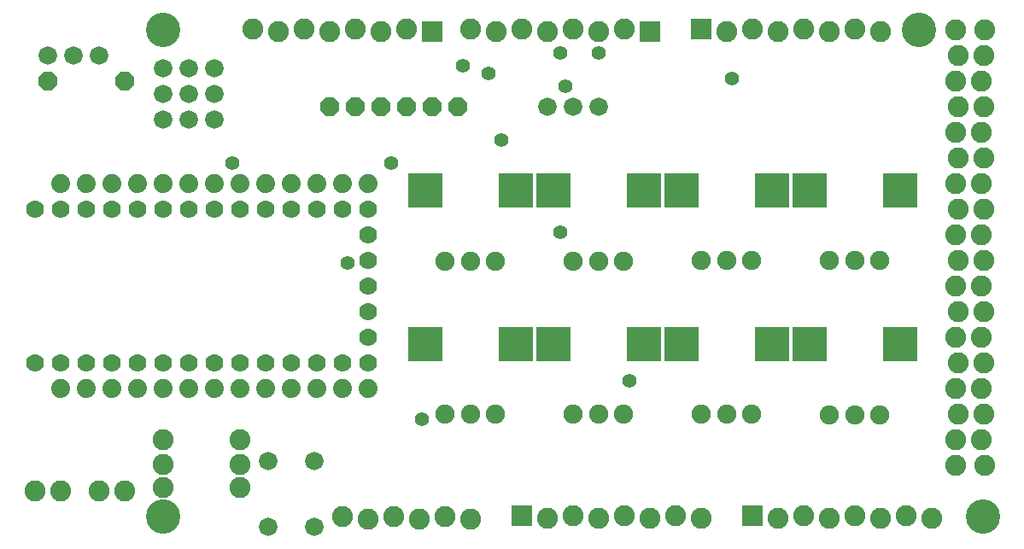
<source format=gbs>
G75*
G70*
%OFA0B0*%
%FSLAX24Y24*%
%IPPOS*%
%LPD*%
%AMOC8*
5,1,8,0,0,1.08239X$1,22.5*
%
%ADD10C,0.1340*%
%ADD11R,0.0820X0.0820*%
%ADD12C,0.0820*%
%ADD13C,0.0720*%
%ADD14C,0.0753*%
%ADD15R,0.1366X0.1366*%
%ADD16C,0.0700*%
%ADD17OC8,0.0720*%
%ADD18C,0.0740*%
%ADD19OC8,0.0740*%
%ADD20C,0.0560*%
D10*
X006180Y001180D03*
X038180Y001180D03*
X035680Y020180D03*
X006180Y020180D03*
D11*
X016680Y020130D03*
X025180Y020130D03*
X027180Y020230D03*
X029180Y001230D03*
X020180Y001230D03*
D12*
X001180Y002180D03*
X002180Y002180D03*
X003680Y002180D03*
X004680Y002180D03*
X006180Y002330D03*
X006180Y003230D03*
X006180Y004180D03*
X009180Y004180D03*
X009180Y003230D03*
X009180Y002330D03*
X013180Y001180D03*
X014180Y001080D03*
X015180Y001180D03*
X016180Y001080D03*
X017180Y001180D03*
X018180Y001080D03*
X021180Y001130D03*
X022180Y001230D03*
X023180Y001130D03*
X024180Y001230D03*
X025180Y001130D03*
X026180Y001230D03*
X027180Y001130D03*
X030180Y001130D03*
X031180Y001230D03*
X032180Y001130D03*
X033180Y001230D03*
X034180Y001130D03*
X035180Y001230D03*
X036180Y001130D03*
X037110Y003180D03*
X038250Y003180D03*
X038130Y004180D03*
X037130Y004180D03*
X037230Y005180D03*
X038230Y005180D03*
X038130Y006180D03*
X037130Y006180D03*
X037230Y007180D03*
X038230Y007180D03*
X038130Y008180D03*
X037130Y008180D03*
X037230Y009180D03*
X038230Y009180D03*
X038130Y010180D03*
X037130Y010180D03*
X037230Y011180D03*
X038230Y011180D03*
X038130Y012180D03*
X037130Y012180D03*
X037230Y013180D03*
X038230Y013180D03*
X038130Y014180D03*
X037130Y014180D03*
X037230Y015180D03*
X038230Y015180D03*
X038130Y016180D03*
X037130Y016180D03*
X037230Y017180D03*
X038230Y017180D03*
X038130Y018180D03*
X037130Y018180D03*
X037230Y019180D03*
X038230Y019180D03*
X038250Y020180D03*
X037110Y020180D03*
X034180Y020130D03*
X033180Y020230D03*
X032180Y020130D03*
X031180Y020230D03*
X030180Y020130D03*
X029180Y020230D03*
X028180Y020130D03*
X024180Y020230D03*
X023180Y020130D03*
X022180Y020230D03*
X021180Y020130D03*
X020180Y020230D03*
X019180Y020130D03*
X018180Y020230D03*
X015680Y020230D03*
X014680Y020130D03*
X013680Y020230D03*
X012680Y020130D03*
X011680Y020230D03*
X010680Y020130D03*
X009680Y020230D03*
D13*
X008180Y018680D03*
X007180Y018680D03*
X006180Y018680D03*
X006180Y017680D03*
X007180Y017680D03*
X008180Y017680D03*
X008180Y016680D03*
X007180Y016680D03*
X006180Y016680D03*
X003680Y019180D03*
X002680Y019180D03*
X001680Y019180D03*
X021180Y017180D03*
X022180Y017180D03*
X023180Y017180D03*
X012070Y003360D03*
X010290Y003360D03*
X010290Y000800D03*
X012070Y000800D03*
D14*
X017196Y005184D03*
X018180Y005184D03*
X019164Y005184D03*
X022196Y005184D03*
X023180Y005184D03*
X024164Y005184D03*
X027196Y005184D03*
X028180Y005184D03*
X029164Y005184D03*
X032196Y005174D03*
X033180Y005174D03*
X034164Y005174D03*
X034164Y011184D03*
X033180Y011184D03*
X032196Y011184D03*
X029164Y011184D03*
X028180Y011184D03*
X027196Y011184D03*
X024164Y011174D03*
X023180Y011174D03*
X022196Y011174D03*
X019164Y011174D03*
X018180Y011174D03*
X017196Y011174D03*
D15*
X016408Y013930D03*
X019952Y013930D03*
X021408Y013930D03*
X024952Y013930D03*
X026408Y013940D03*
X029952Y013940D03*
X031408Y013940D03*
X034952Y013940D03*
X034952Y007930D03*
X031408Y007930D03*
X029952Y007940D03*
X026408Y007940D03*
X024952Y007940D03*
X021408Y007940D03*
X019952Y007940D03*
X016408Y007940D03*
D16*
X014180Y008180D03*
X014180Y007180D03*
X013180Y007180D03*
X012180Y007180D03*
X011180Y007180D03*
X010180Y007180D03*
X009180Y007180D03*
X008180Y007180D03*
X007180Y007180D03*
X006180Y007180D03*
X005180Y007180D03*
X004180Y007180D03*
X003180Y007180D03*
X002180Y007180D03*
X001180Y007180D03*
X001180Y013180D03*
X002180Y013180D03*
X003180Y013180D03*
X004180Y013180D03*
X005180Y013180D03*
X006180Y013180D03*
X007180Y013180D03*
X008180Y013180D03*
X009180Y013180D03*
X010180Y013180D03*
X011180Y013180D03*
X012180Y013180D03*
X013180Y013180D03*
X014180Y013180D03*
X014180Y012180D03*
X014180Y011180D03*
X014180Y010180D03*
X014180Y009180D03*
D17*
X013680Y017180D03*
X012680Y017180D03*
X014680Y017180D03*
X015680Y017180D03*
X016680Y017180D03*
X017680Y017180D03*
D18*
X014180Y014180D03*
X013180Y014180D03*
X012180Y014180D03*
X011180Y014180D03*
X010180Y014180D03*
X009180Y014180D03*
X008180Y014180D03*
X007180Y014180D03*
X006180Y014180D03*
X005180Y014180D03*
X004180Y014180D03*
X003180Y014180D03*
X002180Y014180D03*
X002180Y006180D03*
X003180Y006180D03*
X004180Y006180D03*
X005180Y006180D03*
X006180Y006180D03*
X007180Y006180D03*
X008180Y006180D03*
X009180Y006180D03*
X010180Y006180D03*
X011180Y006180D03*
X012180Y006180D03*
X013180Y006180D03*
X014180Y006180D03*
D19*
X004680Y018180D03*
X001680Y018180D03*
D20*
X008880Y014980D03*
X015080Y014980D03*
X019380Y015880D03*
X021880Y017980D03*
X021680Y019280D03*
X023180Y019280D03*
X018880Y018480D03*
X017880Y018780D03*
X028380Y018280D03*
X021680Y012280D03*
X013380Y011080D03*
X024380Y006480D03*
X016280Y004980D03*
M02*

</source>
